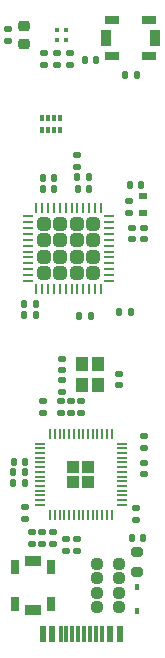
<source format=gbr>
G04 #@! TF.GenerationSoftware,KiCad,Pcbnew,(6.0.5)*
G04 #@! TF.CreationDate,2022-12-13T18:03:46-08:00*
G04 #@! TF.ProjectId,pico-ice,7069636f-2d69-4636-952e-6b696361645f,REV1*
G04 #@! TF.SameCoordinates,Original*
G04 #@! TF.FileFunction,Paste,Top*
G04 #@! TF.FilePolarity,Positive*
%FSLAX46Y46*%
G04 Gerber Fmt 4.6, Leading zero omitted, Abs format (unit mm)*
G04 Created by KiCad (PCBNEW (6.0.5)) date 2022-12-13 18:03:46*
%MOMM*%
%LPD*%
G01*
G04 APERTURE LIST*
G04 Aperture macros list*
%AMRoundRect*
0 Rectangle with rounded corners*
0 $1 Rounding radius*
0 $2 $3 $4 $5 $6 $7 $8 $9 X,Y pos of 4 corners*
0 Add a 4 corners polygon primitive as box body*
4,1,4,$2,$3,$4,$5,$6,$7,$8,$9,$2,$3,0*
0 Add four circle primitives for the rounded corners*
1,1,$1+$1,$2,$3*
1,1,$1+$1,$4,$5*
1,1,$1+$1,$6,$7*
1,1,$1+$1,$8,$9*
0 Add four rect primitives between the rounded corners*
20,1,$1+$1,$2,$3,$4,$5,0*
20,1,$1+$1,$4,$5,$6,$7,0*
20,1,$1+$1,$6,$7,$8,$9,0*
20,1,$1+$1,$8,$9,$2,$3,0*%
G04 Aperture macros list end*
%ADD10RoundRect,0.135000X0.185000X-0.135000X0.185000X0.135000X-0.185000X0.135000X-0.185000X-0.135000X0*%
%ADD11RoundRect,0.140000X0.170000X-0.140000X0.170000X0.140000X-0.170000X0.140000X-0.170000X-0.140000X0*%
%ADD12RoundRect,0.200000X-0.275000X0.200000X-0.275000X-0.200000X0.275000X-0.200000X0.275000X0.200000X0*%
%ADD13RoundRect,0.140000X0.140000X0.170000X-0.140000X0.170000X-0.140000X-0.170000X0.140000X-0.170000X0*%
%ADD14RoundRect,0.140000X-0.170000X0.140000X-0.170000X-0.140000X0.170000X-0.140000X0.170000X0.140000X0*%
%ADD15RoundRect,0.218750X-0.256250X0.218750X-0.256250X-0.218750X0.256250X-0.218750X0.256250X0.218750X0*%
%ADD16RoundRect,0.135000X-0.135000X-0.185000X0.135000X-0.185000X0.135000X0.185000X-0.135000X0.185000X0*%
%ADD17RoundRect,0.140000X-0.140000X-0.170000X0.140000X-0.170000X0.140000X0.170000X-0.140000X0.170000X0*%
%ADD18R,0.950000X1.400000*%
%ADD19R,1.150000X0.750000*%
%ADD20RoundRect,0.237500X0.250000X0.237500X-0.250000X0.237500X-0.250000X-0.237500X0.250000X-0.237500X0*%
%ADD21R,0.600000X1.450000*%
%ADD22R,0.300000X1.450000*%
%ADD23RoundRect,0.135000X-0.185000X0.135000X-0.185000X-0.135000X0.185000X-0.135000X0.185000X0.135000X0*%
%ADD24RoundRect,0.237500X-0.250000X-0.237500X0.250000X-0.237500X0.250000X0.237500X-0.250000X0.237500X0*%
%ADD25R,0.450000X0.600000*%
%ADD26R,0.430000X0.430000*%
%ADD27R,1.400000X0.950000*%
%ADD28R,0.750000X1.150000*%
%ADD29R,0.320000X0.500000*%
%ADD30RoundRect,0.250000X0.292217X0.292217X-0.292217X0.292217X-0.292217X-0.292217X0.292217X-0.292217X0*%
%ADD31RoundRect,0.050000X0.387500X0.050000X-0.387500X0.050000X-0.387500X-0.050000X0.387500X-0.050000X0*%
%ADD32RoundRect,0.050000X0.050000X0.387500X-0.050000X0.387500X-0.050000X-0.387500X0.050000X-0.387500X0*%
%ADD33R,1.000000X1.150000*%
%ADD34R,0.700000X0.600000*%
%ADD35RoundRect,0.250000X0.315000X-0.315000X0.315000X0.315000X-0.315000X0.315000X-0.315000X-0.315000X0*%
%ADD36RoundRect,0.062500X0.062500X-0.375000X0.062500X0.375000X-0.062500X0.375000X-0.062500X-0.375000X0*%
%ADD37RoundRect,0.062500X0.375000X-0.062500X0.375000X0.062500X-0.375000X0.062500X-0.375000X-0.062500X0*%
G04 APERTURE END LIST*
D10*
X69265800Y-78767400D03*
X69265800Y-77747400D03*
D11*
X72364600Y-108176000D03*
X72364600Y-107216000D03*
D12*
X77114400Y-119977400D03*
X77114400Y-121627400D03*
D13*
X68526600Y-98933000D03*
X67566600Y-98933000D03*
D14*
X77063600Y-116258400D03*
X77063600Y-117218400D03*
X69977000Y-118315800D03*
X69977000Y-119275800D03*
D13*
X68526600Y-99898200D03*
X67566600Y-99898200D03*
D15*
X67564000Y-75412500D03*
X67564000Y-76987500D03*
D13*
X67637600Y-112318800D03*
X66677600Y-112318800D03*
X70076000Y-88265000D03*
X69116000Y-88265000D03*
D16*
X75600718Y-99618800D03*
X76620718Y-99618800D03*
D13*
X70076000Y-89204800D03*
X69116000Y-89204800D03*
D17*
X76659800Y-118745000D03*
X77619800Y-118745000D03*
D11*
X71501000Y-108176000D03*
X71501000Y-107216000D03*
D18*
X74506000Y-76454000D03*
X78656000Y-76454000D03*
D19*
X75006000Y-74929000D03*
X75006000Y-77979000D03*
X78156000Y-74929000D03*
X78156000Y-77979000D03*
D10*
X72034400Y-119890000D03*
X72034400Y-118870000D03*
D20*
X75563100Y-122199400D03*
X73738100Y-122199400D03*
D10*
X71126401Y-119890000D03*
X71126401Y-118870000D03*
D14*
X68199000Y-118315800D03*
X68199000Y-119275800D03*
X67614800Y-116182200D03*
X67614800Y-117142200D03*
D10*
X71475600Y-78767400D03*
X71475600Y-77747400D03*
D14*
X77683518Y-92542871D03*
X77683518Y-93502871D03*
D16*
X72169718Y-99957071D03*
X73189718Y-99957071D03*
D21*
X69140000Y-126892000D03*
X69940000Y-126892000D03*
D22*
X71140000Y-126892000D03*
X72140000Y-126892000D03*
X72640000Y-126892000D03*
X73640000Y-126892000D03*
D21*
X74840000Y-126892000D03*
X75640000Y-126892000D03*
X75640000Y-126892000D03*
X74840000Y-126892000D03*
D22*
X74140000Y-126892000D03*
X73140000Y-126892000D03*
X71640000Y-126892000D03*
X70640000Y-126892000D03*
D21*
X69940000Y-126892000D03*
X69140000Y-126892000D03*
D11*
X75615800Y-105839200D03*
X75615800Y-104879200D03*
D23*
X77673200Y-110157800D03*
X77673200Y-111177800D03*
D24*
X73736200Y-124637800D03*
X75561200Y-124637800D03*
D25*
X77114400Y-122902000D03*
X77114400Y-125002000D03*
D14*
X77673200Y-112397600D03*
X77673200Y-113357600D03*
D26*
X71124000Y-75815000D03*
X71124000Y-76585000D03*
X70354000Y-76585000D03*
X70354000Y-75815000D03*
D11*
X70637400Y-108176000D03*
X70637400Y-107216000D03*
D10*
X66167000Y-76710000D03*
X66167000Y-75690000D03*
D11*
X76454000Y-91236800D03*
X76454000Y-90276800D03*
D10*
X69113400Y-108206000D03*
X69113400Y-107186000D03*
D16*
X66645600Y-114122200D03*
X67665600Y-114122200D03*
D17*
X72085200Y-89204800D03*
X73045200Y-89204800D03*
D27*
X68326000Y-120734000D03*
X68326000Y-124884000D03*
D28*
X69851000Y-121234000D03*
X66801000Y-121234000D03*
X66801000Y-124384000D03*
X69851000Y-124384000D03*
D10*
X70358000Y-78767400D03*
X70358000Y-77747400D03*
D29*
X69084918Y-84251871D03*
X69584918Y-84251871D03*
X70084918Y-84251871D03*
X70584918Y-84251871D03*
X70584918Y-83251871D03*
X70084918Y-83251871D03*
X69584918Y-83251871D03*
X69084918Y-83251871D03*
D16*
X76121800Y-79552800D03*
X77141800Y-79552800D03*
D30*
X71727100Y-114023100D03*
X71727100Y-112748100D03*
X73002100Y-114023100D03*
X73002100Y-112748100D03*
D31*
X75802100Y-115985600D03*
X75802100Y-115585600D03*
X75802100Y-115185600D03*
X75802100Y-114785600D03*
X75802100Y-114385600D03*
X75802100Y-113985600D03*
X75802100Y-113585600D03*
X75802100Y-113185600D03*
X75802100Y-112785600D03*
X75802100Y-112385600D03*
X75802100Y-111985600D03*
X75802100Y-111585600D03*
X75802100Y-111185600D03*
X75802100Y-110785600D03*
D32*
X74964600Y-109948100D03*
X74564600Y-109948100D03*
X74164600Y-109948100D03*
X73764600Y-109948100D03*
X73364600Y-109948100D03*
X72964600Y-109948100D03*
X72564600Y-109948100D03*
X72164600Y-109948100D03*
X71764600Y-109948100D03*
X71364600Y-109948100D03*
X70964600Y-109948100D03*
X70564600Y-109948100D03*
X70164600Y-109948100D03*
X69764600Y-109948100D03*
D31*
X68927100Y-110785600D03*
X68927100Y-111185600D03*
X68927100Y-111585600D03*
X68927100Y-111985600D03*
X68927100Y-112385600D03*
X68927100Y-112785600D03*
X68927100Y-113185600D03*
X68927100Y-113585600D03*
X68927100Y-113985600D03*
X68927100Y-114385600D03*
X68927100Y-114785600D03*
X68927100Y-115185600D03*
X68927100Y-115585600D03*
X68927100Y-115985600D03*
D32*
X69764600Y-116823100D03*
X70164600Y-116823100D03*
X70564600Y-116823100D03*
X70964600Y-116823100D03*
X71364600Y-116823100D03*
X71764600Y-116823100D03*
X72164600Y-116823100D03*
X72564600Y-116823100D03*
X72964600Y-116823100D03*
X73364600Y-116823100D03*
X73764600Y-116823100D03*
X74164600Y-116823100D03*
X74564600Y-116823100D03*
X74964600Y-116823100D03*
D20*
X75563100Y-123418600D03*
X73738100Y-123418600D03*
D10*
X72070118Y-87335271D03*
X72070118Y-86315271D03*
D33*
X72426600Y-104077800D03*
X72426600Y-105827800D03*
X73826600Y-105827800D03*
X73826600Y-104077800D03*
D34*
X77647800Y-91225600D03*
X77647800Y-89825600D03*
D35*
X73423200Y-94984800D03*
X73423200Y-93584800D03*
X70623200Y-96384800D03*
X73423200Y-92184800D03*
X72023200Y-92184800D03*
X69223200Y-92184800D03*
X69223200Y-94984800D03*
X69223200Y-96384800D03*
X72023200Y-94984800D03*
X70623200Y-92184800D03*
X70623200Y-94984800D03*
X73423200Y-96384800D03*
X72023200Y-93584800D03*
X70623200Y-93584800D03*
X72023200Y-96384800D03*
X69223200Y-93584800D03*
D36*
X68573200Y-97722300D03*
X69073200Y-97722300D03*
X69573200Y-97722300D03*
X70073200Y-97722300D03*
X70573200Y-97722300D03*
X71073200Y-97722300D03*
X71573200Y-97722300D03*
X72073200Y-97722300D03*
X72573200Y-97722300D03*
X73073200Y-97722300D03*
X73573200Y-97722300D03*
X74073200Y-97722300D03*
D37*
X74760700Y-97034800D03*
X74760700Y-96534800D03*
X74760700Y-96034800D03*
X74760700Y-95534800D03*
X74760700Y-95034800D03*
X74760700Y-94534800D03*
X74760700Y-94034800D03*
X74760700Y-93534800D03*
X74760700Y-93034800D03*
X74760700Y-92534800D03*
X74760700Y-92034800D03*
X74760700Y-91534800D03*
D36*
X74073200Y-90847300D03*
X73573200Y-90847300D03*
X73073200Y-90847300D03*
X72573200Y-90847300D03*
X72073200Y-90847300D03*
X71573200Y-90847300D03*
X71073200Y-90847300D03*
X70573200Y-90847300D03*
X70073200Y-90847300D03*
X69573200Y-90847300D03*
X69073200Y-90847300D03*
X68573200Y-90847300D03*
D37*
X67885700Y-91534800D03*
X67885700Y-92034800D03*
X67885700Y-92534800D03*
X67885700Y-93034800D03*
X67885700Y-93534800D03*
X67885700Y-94034800D03*
X67885700Y-94534800D03*
X67885700Y-95034800D03*
X67885700Y-95534800D03*
X67885700Y-96034800D03*
X67885700Y-96534800D03*
X67885700Y-97034800D03*
D13*
X77492800Y-88900000D03*
X76532800Y-88900000D03*
D14*
X69088000Y-118315800D03*
X69088000Y-119275800D03*
D11*
X70789800Y-104569200D03*
X70789800Y-103609200D03*
D17*
X72062400Y-88239600D03*
X73022400Y-88239600D03*
D16*
X66647600Y-113207800D03*
X67667600Y-113207800D03*
D10*
X70789800Y-106428000D03*
X70789800Y-105408000D03*
D24*
X73738100Y-120980200D03*
X75563100Y-120980200D03*
D14*
X76718318Y-92542871D03*
X76718318Y-93502871D03*
D17*
X72672000Y-78282800D03*
X73632000Y-78282800D03*
M02*

</source>
